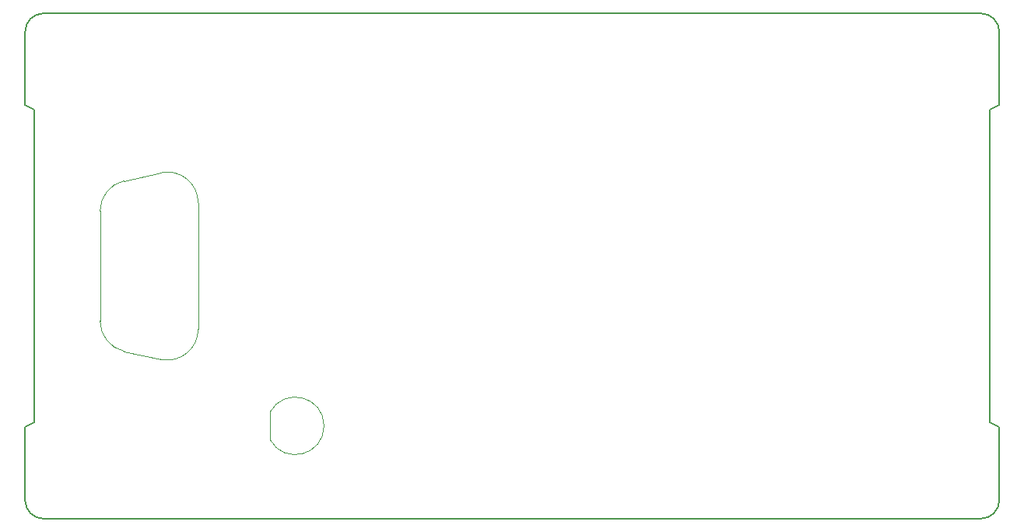
<source format=gbr>
G04 #@! TF.GenerationSoftware,KiCad,Pcbnew,(5.1.8)-1*
G04 #@! TF.CreationDate,2020-12-19T14:32:43-06:00*
G04 #@! TF.ProjectId,endcap,656e6463-6170-42e6-9b69-6361645f7063,2.1*
G04 #@! TF.SameCoordinates,PX2faf080PY2faf080*
G04 #@! TF.FileFunction,Profile,NP*
%FSLAX46Y46*%
G04 Gerber Fmt 4.6, Leading zero omitted, Abs format (unit mm)*
G04 Created by KiCad (PCBNEW (5.1.8)-1) date 2020-12-19 14:32:43*
%MOMM*%
%LPD*%
G01*
G04 APERTURE LIST*
G04 #@! TA.AperFunction,Profile*
%ADD10C,0.150000*%
G04 #@! TD*
G04 #@! TA.AperFunction,Profile*
%ADD11C,0.100000*%
G04 #@! TD*
G04 APERTURE END LIST*
D10*
X104000000Y0D02*
G75*
G02*
X106000000Y-2000000I0J-2000000D01*
G01*
X106000000Y-53000000D02*
G75*
G02*
X104000000Y-55000000I-2000000J0D01*
G01*
X2000000Y-55000000D02*
G75*
G02*
X0Y-53000000I0J2000000D01*
G01*
X0Y-2000000D02*
G75*
G02*
X2000000Y0I2000000J0D01*
G01*
X0Y-10000000D02*
X0Y-2000000D01*
X1000000Y-10500000D02*
X0Y-10000000D01*
X1000000Y-44500000D02*
X1000000Y-10500000D01*
X0Y-45000000D02*
X1000000Y-44500000D01*
X0Y-53000000D02*
X0Y-45000000D01*
X104000000Y-55000000D02*
X2000000Y-55000000D01*
X106000000Y-45000000D02*
X106000000Y-53000000D01*
X105000000Y-44500000D02*
X106000000Y-45000000D01*
X106000000Y-10000000D02*
X105000000Y-10500000D01*
X105000000Y-10500000D02*
X105000000Y-44500000D01*
X106000000Y-2000000D02*
X106000000Y-10000000D01*
X2000000Y0D02*
X104000000Y0D01*
D11*
X26650001Y-46400000D02*
X26650000Y-43400000D01*
X26650001Y-46400000D02*
G75*
G03*
X26650001Y-43400001I2749999J1500000D01*
G01*
X8170000Y-33505000D02*
X8170000Y-21495000D01*
X18830000Y-34385000D02*
X18830000Y-20615000D01*
X14770000Y-37650000D02*
X10750000Y-36770000D01*
X14770000Y-17350000D02*
X10750000Y-18230000D01*
X8165469Y-33489200D02*
G75*
G03*
X10750000Y-36770000I3354531J-15800D01*
G01*
X8165469Y-21510800D02*
G75*
G02*
X10750000Y-18230000I3354531J15800D01*
G01*
X14726414Y-17350860D02*
G75*
G02*
X18830000Y-20615000I753586J-3264140D01*
G01*
X14726414Y-37649140D02*
G75*
G03*
X18830000Y-34385000I753586J3264140D01*
G01*
M02*

</source>
